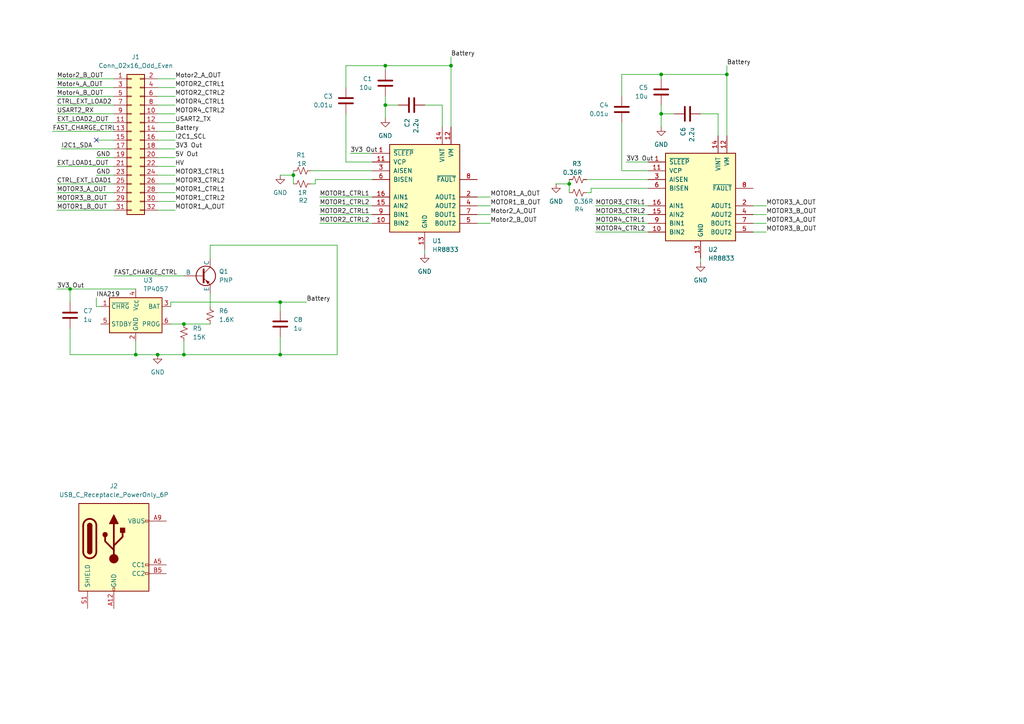
<source format=kicad_sch>
(kicad_sch (version 20231120) (generator "eeschema") (generator_version "8.0")
  (paper "A4")
  (lib_symbols
    (symbol "Battery_Management:TP4057"
      (property "Reference" "U" (at -6.35 6.604 0))
      (property "Value" "TP4057" (at 1.524 6.604 0))
      (symbol "TP4057_0_1"
        (rectangle (start -7.62 5.08) (end 7.62 -5.08) (stroke (width 0.254)) (fill (type background)))
      )
      (symbol "TP4057_1_1"
        (pin open_collector line (at -10.16 2.54 0) (length 2.54) (name "~{CHRG}") (number "1"))
        (pin power_in line (at 0 -7.62 90) (length 2.54) (name "GND") (number "2"))
        (pin power_out line (at 10.16 2.54 180) (length 2.54) (name "BAT") (number "3"))
        (pin power_in line (at 0 7.62 270) (length 2.54) (name "V_{CC}") (number "4"))
        (pin open_collector line (at -10.16 -2.54 0) (length 2.54) (name "STDBY") (number "5"))
        (pin passive line (at 10.16 -2.54 180) (length 2.54) (name "PROG") (number "6"))
      )
    )
    (symbol "Connector:USB_C_Receptacle_PowerOnly_6P" (pin_names (offset 1.016))
      (property "Reference" "J" (at 0 16.51 0))
      (property "Value" "USB_C_Receptacle_PowerOnly_6P" (at 0 13.97 0))
      (symbol "USB_C_Receptacle_PowerOnly_6P_0_0"
        (rectangle (start -0.254 -12.7) (end 0.254 -11.684))
        (rectangle (start 10.16 -7.366) (end 9.144 -7.874))
        (rectangle (start 10.16 -4.826) (end 9.144 -5.334))
        (rectangle (start 10.16 7.874) (end 9.144 7.366))
      )
      (symbol "USB_C_Receptacle_PowerOnly_6P_0_1"
        (rectangle (start -10.16 12.7) (end 10.16 -12.7) (stroke (width 0.254)) (fill (type background)))
        (arc (start -8.89 -1.27) (mid -6.985 -3.1667) (end -5.08 -1.27) (stroke (width 0.508)))
        (arc (start -7.62 -1.27) (mid -6.985 -1.9023) (end -6.35 -1.27) (stroke (width 0.254)))
        (arc (start -7.62 -1.27) (mid -6.985 -1.9023) (end -6.35 -1.27) (stroke (width 0.254)) (fill (type outline)))
        (rectangle (start -7.62 -1.27) (end -6.35 6.35) (stroke (width 0.254)) (fill (type outline)))
        (arc (start -6.35 6.35) (mid -6.985 6.9823) (end -7.62 6.35) (stroke (width 0.254)))
        (arc (start -6.35 6.35) (mid -6.985 6.9823) (end -7.62 6.35) (stroke (width 0.254)) (fill (type outline)))
        (arc (start -5.08 6.35) (mid -6.985 8.2467) (end -8.89 6.35) (stroke (width 0.508)))
        (circle (center -2.54 3.683) (radius 0.635) (stroke (width 0.254)) (fill (type outline)))
        (circle (center 0 -3.302) (radius 1.27) (fill (type outline)))
        (polyline (pts (xy -8.89 -1.27) (xy -8.89 6.35)) (stroke (width 0.508)))
        (polyline (pts (xy -5.08 6.35) (xy -5.08 -1.27)) (stroke (width 0.508)))
        (polyline (pts (xy 0 -3.302) (xy 0 6.858)) (stroke (width 0.508)))
        (polyline (pts (xy 0 -0.762) (xy -2.54 1.778) (xy -2.54 3.048)) (stroke (width 0.508)))
        (polyline (pts (xy 0 0.508) (xy 2.54 3.048) (xy 2.54 4.318)) (stroke (width 0.508)))
        (polyline (pts (xy -1.27 6.858) (xy 0 9.398) (xy 1.27 6.858) (xy -1.27 6.858)) (stroke (width 0.254)) (fill (type outline)))
        (rectangle (start 1.905 4.318) (end 3.175 5.588) (stroke (width 0.254)) (fill (type outline)))
      )
      (symbol "USB_C_Receptacle_PowerOnly_6P_1_1"
        (pin passive line (at 0 -17.78 90) (length 5.08) (name "GND") (number "A12"))
        (pin bidirectional line (at 15.24 -5.08 180) (length 5.08) (name "CC1") (number "A5"))
        (pin passive line (at 15.24 7.62 180) (length 5.08) (name "VBUS") (number "A9"))
        (pin passive line (at 0 -17.78 90) (length 5.08) hide (name "GND") (number "B12"))
        (pin bidirectional line (at 15.24 -7.62 180) (length 5.08) (name "CC2") (number "B5"))
        (pin passive line (at 15.24 7.62 180) (length 5.08) hide (name "VBUS") (number "B9"))
        (pin passive line (at -7.62 -17.78 90) (length 5.08) (name "SHIELD") (number "S1"))
      )
    )
    (symbol "Connector_Generic:Conn_02x16_Odd_Even" (pin_names (offset 1.016) hide)
      (property "Reference" "J" (at 1.27 20.32 0))
      (property "Value" "Conn_02x16_Odd_Even" (at 1.27 -22.86 0))
      (symbol "Conn_02x16_Odd_Even_1_1"
        (rectangle (start -1.27 -20.193) (end 0 -20.447) (stroke (width 0.1524)))
        (rectangle (start -1.27 -17.653) (end 0 -17.907) (stroke (width 0.1524)))
        (rectangle (start -1.27 -15.113) (end 0 -15.367) (stroke (width 0.1524)))
        (rectangle (start -1.27 -12.573) (end 0 -12.827) (stroke (width 0.1524)))
        (rectangle (start -1.27 -10.033) (end 0 -10.287) (stroke (width 0.1524)))
        (rectangle (start -1.27 -7.493) (end 0 -7.747) (stroke (width 0.1524)))
        (rectangle (start -1.27 -4.953) (end 0 -5.207) (stroke (width 0.1524)))
        (rectangle (start -1.27 -2.413) (end 0 -2.667) (stroke (width 0.1524)))
        (rectangle (start -1.27 0.127) (end 0 -0.127) (stroke (width 0.1524)))
        (rectangle (start -1.27 2.667) (end 0 2.413) (stroke (width 0.1524)))
        (rectangle (start -1.27 5.207) (end 0 4.953) (stroke (width 0.1524)))
        (rectangle (start -1.27 7.747) (end 0 7.493) (stroke (width 0.1524)))
        (rectangle (start -1.27 10.287) (end 0 10.033) (stroke (width 0.1524)))
        (rectangle (start -1.27 12.827) (end 0 12.573) (stroke (width 0.1524)))
        (rectangle (start -1.27 15.367) (end 0 15.113) (stroke (width 0.1524)))
        (rectangle (start -1.27 17.907) (end 0 17.653) (stroke (width 0.1524)))
        (rectangle (start -1.27 19.05) (end 3.81 -21.59) (stroke (width 0.254)) (fill (type background)))
        (rectangle (start 3.81 -20.193) (end 2.54 -20.447) (stroke (width 0.1524)))
        (rectangle (start 3.81 -17.653) (end 2.54 -17.907) (stroke (width 0.1524)))
        (rectangle (start 3.81 -15.113) (end 2.54 -15.367) (stroke (width 0.1524)))
        (rectangle (start 3.81 -12.573) (end 2.54 -12.827) (stroke (width 0.1524)))
        (rectangle (start 3.81 -10.033) (end 2.54 -10.287) (stroke (width 0.1524)))
        (rectangle (start 3.81 -7.493) (end 2.54 -7.747) (stroke (width 0.1524)))
        (rectangle (start 3.81 -4.953) (end 2.54 -5.207) (stroke (width 0.1524)))
        (rectangle (start 3.81 -2.413) (end 2.54 -2.667) (stroke (width 0.1524)))
        (rectangle (start 3.81 0.127) (end 2.54 -0.127) (stroke (width 0.1524)))
        (rectangle (start 3.81 2.667) (end 2.54 2.413) (stroke (width 0.1524)))
        (rectangle (start 3.81 5.207) (end 2.54 4.953) (stroke (width 0.1524)))
        (rectangle (start 3.81 7.747) (end 2.54 7.493) (stroke (width 0.1524)))
        (rectangle (start 3.81 10.287) (end 2.54 10.033) (stroke (width 0.1524)))
        (rectangle (start 3.81 12.827) (end 2.54 12.573) (stroke (width 0.1524)))
        (rectangle (start 3.81 15.367) (end 2.54 15.113) (stroke (width 0.1524)))
        (rectangle (start 3.81 17.907) (end 2.54 17.653) (stroke (width 0.1524)))
        (pin passive line (at -5.08 17.78 0) (length 3.81) (name "Pin_1") (number "1"))
        (pin passive line (at 7.62 7.62 180) (length 3.81) (name "Pin_10") (number "10"))
        (pin passive line (at -5.08 5.08 0) (length 3.81) (name "Pin_11") (number "11"))
        (pin passive line (at 7.62 5.08 180) (length 3.81) (name "Pin_12") (number "12"))
        (pin passive line (at -5.08 2.54 0) (length 3.81) (name "Pin_13") (number "13"))
        (pin passive line (at 7.62 2.54 180) (length 3.81) (name "Pin_14") (number "14"))
        (pin passive line (at -5.08 0 0) (length 3.81) (name "Pin_15") (number "15"))
        (pin passive line (at 7.62 0 180) (length 3.81) (name "Pin_16") (number "16"))
        (pin passive line (at -5.08 -2.54 0) (length 3.81) (name "Pin_17") (number "17"))
        (pin passive line (at 7.62 -2.54 180) (length 3.81) (name "Pin_18") (number "18"))
        (pin passive line (at -5.08 -5.08 0) (length 3.81) (name "Pin_19") (number "19"))
        (pin passive line (at 7.62 17.78 180) (length 3.81) (name "Pin_2") (number "2"))
        (pin passive line (at 7.62 -5.08 180) (length 3.81) (name "Pin_20") (number "20"))
        (pin passive line (at -5.08 -7.62 0) (length 3.81) (name "Pin_21") (number "21"))
        (pin passive line (at 7.62 -7.62 180) (length 3.81) (name "Pin_22") (number "22"))
        (pin passive line (at -5.08 -10.16 0) (length 3.81) (name "Pin_23") (number "23"))
        (pin passive line (at 7.62 -10.16 180) (length 3.81) (name "Pin_24") (number "24"))
        (pin passive line (at -5.08 -12.7 0) (length 3.81) (name "Pin_25") (number "25"))
        (pin passive line (at 7.62 -12.7 180) (length 3.81) (name "Pin_26") (number "26"))
        (pin passive line (at -5.08 -15.24 0) (length 3.81) (name "Pin_27") (number "27"))
        (pin passive line (at 7.62 -15.24 180) (length 3.81) (name "Pin_28") (number "28"))
        (pin passive line (at -5.08 -17.78 0) (length 3.81) (name "Pin_29") (number "29"))
        (pin passive line (at -5.08 15.24 0) (length 3.81) (name "Pin_3") (number "3"))
        (pin passive line (at 7.62 -17.78 180) (length 3.81) (name "Pin_30") (number "30"))
        (pin passive line (at -5.08 -20.32 0) (length 3.81) (name "Pin_31") (number "31"))
        (pin passive line (at 7.62 -20.32 180) (length 3.81) (name "Pin_32") (number "32"))
        (pin passive line (at 7.62 15.24 180) (length 3.81) (name "Pin_4") (number "4"))
        (pin passive line (at -5.08 12.7 0) (length 3.81) (name "Pin_5") (number "5"))
        (pin passive line (at 7.62 12.7 180) (length 3.81) (name "Pin_6") (number "6"))
        (pin passive line (at -5.08 10.16 0) (length 3.81) (name "Pin_7") (number "7"))
        (pin passive line (at 7.62 10.16 180) (length 3.81) (name "Pin_8") (number "8"))
        (pin passive line (at -5.08 7.62 0) (length 3.81) (name "Pin_9") (number "9"))
      )
    )
    (symbol "Device:C" (pin_numbers hide) (pin_names (offset 0.254))
      (property "Reference" "C" (at 0.635 2.54 0))
      (property "Value" "C" (at 0.635 -2.54 0))
      (symbol "C_0_1"
        (polyline (pts (xy -2.032 -0.762) (xy 2.032 -0.762)) (stroke (width 0.508)))
        (polyline (pts (xy -2.032 0.762) (xy 2.032 0.762)) (stroke (width 0.508)))
      )
      (symbol "C_1_1"
        (pin passive line (at 0 3.81 270) (length 2.794) (name "~") (number "1"))
        (pin passive line (at 0 -3.81 90) (length 2.794) (name "~") (number "2"))
      )
    )
    (symbol "Device:R_Small_US" (pin_numbers hide) (pin_names (offset 0.254) hide)
      (property "Reference" "R" (at 0.762 0.508 0))
      (property "Value" "R_Small_US" (at 0.762 -1.016 0))
      (symbol "R_Small_US_1_1"
        (polyline (pts (xy 0 0) (xy 1.016 -0.381) (xy 0 -0.762) (xy -1.016 -1.143) (xy 0 -1.524)))
        (polyline (pts (xy 0 1.524) (xy 1.016 1.143) (xy 0 0.762) (xy -1.016 0.381) (xy 0 0)))
        (pin passive line (at 0 2.54 270) (length 1.016) (name "~") (number "1"))
        (pin passive line (at 0 -2.54 90) (length 1.016) (name "~") (number "2"))
      )
    )
    (symbol "Driver_Motor:DRV8833PW" (pin_names (offset 1.016))
      (property "Reference" "U" (at -3.81 16.51 0))
      (property "Value" "DRV8833PW" (at -3.81 13.97 0))
      (symbol "DRV8833PW_0_1"
        (rectangle (start -10.16 12.7) (end 10.16 -12.7) (stroke (width 0.254)) (fill (type background)))
      )
      (symbol "DRV8833PW_1_1"
        (pin input line (at -15.24 10.16 0) (length 5.08) (name "~{SLEEP}") (number "1"))
        (pin input line (at -15.24 -10.16 0) (length 5.08) (name "BIN2") (number "10"))
        (pin bidirectional line (at -15.24 7.62 0) (length 5.08) (name "VCP") (number "11"))
        (pin power_in line (at 7.62 17.78 270) (length 5.08) (name "VM") (number "12"))
        (pin power_in line (at 0 -17.78 90) (length 5.08) (name "GND") (number "13"))
        (pin power_in line (at 5.08 17.78 270) (length 5.08) (name "VINT") (number "14"))
        (pin input line (at -15.24 -5.08 0) (length 5.08) (name "AIN2") (number "15"))
        (pin input line (at -15.24 -2.54 0) (length 5.08) (name "AIN1") (number "16"))
        (pin power_out line (at 15.24 -2.54 180) (length 5.08) (name "AOUT1") (number "2"))
        (pin bidirectional line (at -15.24 5.08 0) (length 5.08) (name "AISEN") (number "3"))
        (pin power_out line (at 15.24 -5.08 180) (length 5.08) (name "AOUT2") (number "4"))
        (pin power_out line (at 15.24 -10.16 180) (length 5.08) (name "BOUT2") (number "5"))
        (pin bidirectional line (at -15.24 2.54 0) (length 5.08) (name "BISEN") (number "6"))
        (pin power_out line (at 15.24 -7.62 180) (length 5.08) (name "BOUT1") (number "7"))
        (pin open_collector line (at 15.24 2.54 180) (length 5.08) (name "~{FAULT}") (number "8"))
        (pin input line (at -15.24 -7.62 0) (length 5.08) (name "BIN1") (number "9"))
      )
    )
    (symbol "Simulation_SPICE:PNP" (pin_numbers hide) (pin_names (offset 0))
      (property "Reference" "Q" (at -2.54 7.62 0))
      (property "Value" "PNP" (at -2.54 5.08 0))
      (symbol "PNP_0_1"
        (polyline (pts (xy -2.54 0) (xy 0.635 0)) (stroke (width 0.1524)))
        (polyline (pts (xy 0.635 0.635) (xy 2.54 2.54)))
        (polyline (pts (xy 0.635 -0.635) (xy 2.54 -2.54) (xy 2.54 -2.54)))
        (polyline (pts (xy 0.635 1.905) (xy 0.635 -1.905) (xy 0.635 -1.905)) (stroke (width 0.508)))
        (polyline (pts (xy 2.286 -1.778) (xy 1.778 -2.286) (xy 1.27 -1.27) (xy 2.286 -1.778) (xy 2.286 -1.778)) (fill (type outline)))
        (circle (center 1.27 0) (radius 2.8194) (stroke (width 0.254)))
      )
      (symbol "PNP_1_1"
        (pin open_collector line (at 2.54 5.08 270) (length 2.54) (name "C") (number "1"))
        (pin input line (at -5.08 0 0) (length 2.54) (name "B") (number "2"))
        (pin open_emitter line (at 2.54 -5.08 90) (length 2.54) (name "E") (number "3"))
      )
    )
    (symbol "power:GND" (power) (pin_numbers hide) (pin_names (offset 0) hide)
      (property "Value" "GND" (at 0 -3.81 0))
      (symbol "GND_0_1"
        (polyline (pts (xy 0 0) (xy 0 -1.27) (xy 1.27 -1.27) (xy 0 -2.54) (xy -1.27 -1.27) (xy 0 -1.27)))
      )
      (symbol "GND_1_1"
        (pin power_in line (at 0 0 270) (length 0) (name "~") (number "1"))
      )
    )
  )
  (junction (at 111.76 19.05))
  (junction (at 130.81 19.05))
  (junction (at 165.1 53.34))
  (junction (at 53.34 102.87))
  (junction (at 85.09 50.8))
  (junction (at 111.76 30.48))
  (junction (at 191.77 21.59))
  (junction (at 39.37 102.87))
  (junction (at 81.28 87.63))
  (junction (at 53.34 93.98))
  (junction (at 210.82 21.59))
  (junction (at 20.32 83.82))
  (junction (at 45.72 102.87))
  (junction (at 81.28 102.87))
  (junction (at 191.77 33.02))
  (no_connect (at 27.94 40.64))
  (wire (pts (xy 123.19 72.39) (xy 123.19 73.66)))
  (wire (pts (xy 97.79 102.87) (xy 81.28 102.87)))
  (wire (pts (xy 172.72 64.77) (xy 187.96 64.77)))
  (wire (pts (xy 16.51 27.94) (xy 33.02 27.94)))
  (wire (pts (xy 53.34 99.06) (xy 53.34 102.87)))
  (wire (pts (xy 16.51 53.34) (xy 33.02 53.34)))
  (wire (pts (xy 172.72 67.31) (xy 187.96 67.31)))
  (wire (pts (xy 92.71 59.69) (xy 107.95 59.69)))
  (wire (pts (xy 172.72 62.23) (xy 187.96 62.23)))
  (wire (pts (xy 16.51 55.88) (xy 33.02 55.88)))
  (wire (pts (xy 16.51 83.82) (xy 20.32 83.82)))
  (wire (pts (xy 92.71 64.77) (xy 107.95 64.77)))
  (wire (pts (xy 45.72 40.64) (xy 50.8 40.64)))
  (wire (pts (xy 15.24 38.1) (xy 33.02 38.1)))
  (wire (pts (xy 165.1 53.34) (xy 165.1 55.88)))
  (wire (pts (xy 20.32 83.82) (xy 20.32 87.63)))
  (wire (pts (xy 203.2 74.93) (xy 203.2 76.2)))
  (wire (pts (xy 128.27 30.48) (xy 128.27 36.83)))
  (wire (pts (xy 191.77 33.02) (xy 191.77 36.83)))
  (wire (pts (xy 85.09 49.53) (xy 85.09 50.8)))
  (wire (pts (xy 16.51 58.42) (xy 33.02 58.42)))
  (wire (pts (xy 97.79 71.12) (xy 97.79 102.87)))
  (wire (pts (xy 49.53 93.98) (xy 53.34 93.98)))
  (wire (pts (xy 27.94 45.72) (xy 33.02 45.72)))
  (wire (pts (xy 27.94 40.64) (xy 33.02 40.64)))
  (wire (pts (xy 39.37 102.87) (xy 45.72 102.87)))
  (wire (pts (xy 123.19 30.48) (xy 128.27 30.48)))
  (wire (pts (xy 60.96 85.09) (xy 60.96 88.9)))
  (wire (pts (xy 111.76 19.05) (xy 111.76 20.32)))
  (wire (pts (xy 100.33 46.99) (xy 100.33 33.02)))
  (wire (pts (xy 210.82 21.59) (xy 191.77 21.59)))
  (wire (pts (xy 53.34 102.87) (xy 81.28 102.87)))
  (wire (pts (xy 170.18 55.88) (xy 171.45 55.88)))
  (wire (pts (xy 111.76 27.94) (xy 111.76 30.48)))
  (wire (pts (xy 45.72 30.48) (xy 50.8 30.48)))
  (wire (pts (xy 130.81 19.05) (xy 130.81 36.83)))
  (wire (pts (xy 45.72 35.56) (xy 50.8 35.56)))
  (wire (pts (xy 218.44 62.23) (xy 222.25 62.23)))
  (wire (pts (xy 170.18 52.07) (xy 187.96 52.07)))
  (wire (pts (xy 171.45 54.61) (xy 171.45 55.88)))
  (wire (pts (xy 210.82 21.59) (xy 210.82 39.37)))
  (wire (pts (xy 165.1 52.07) (xy 165.1 53.34)))
  (wire (pts (xy 138.43 62.23) (xy 142.24 62.23)))
  (wire (pts (xy 16.51 35.56) (xy 33.02 35.56)))
  (wire (pts (xy 45.72 60.96) (xy 50.8 60.96)))
  (wire (pts (xy 111.76 30.48) (xy 111.76 34.29)))
  (wire (pts (xy 45.72 50.8) (xy 50.8 50.8)))
  (wire (pts (xy 29.21 88.9) (xy 27.94 88.9)))
  (wire (pts (xy 218.44 67.31) (xy 222.25 67.31)))
  (wire (pts (xy 85.09 50.8) (xy 81.28 50.8)))
  (wire (pts (xy 39.37 99.06) (xy 39.37 102.87)))
  (wire (pts (xy 191.77 21.59) (xy 191.77 22.86)))
  (wire (pts (xy 45.72 33.02) (xy 50.8 33.02)))
  (wire (pts (xy 20.32 102.87) (xy 39.37 102.87)))
  (wire (pts (xy 181.61 46.99) (xy 187.96 46.99)))
  (wire (pts (xy 101.6 44.45) (xy 107.95 44.45)))
  (wire (pts (xy 208.28 33.02) (xy 208.28 39.37)))
  (wire (pts (xy 100.33 46.99) (xy 107.95 46.99)))
  (wire (pts (xy 191.77 33.02) (xy 195.58 33.02)))
  (wire (pts (xy 60.96 71.12) (xy 97.79 71.12)))
  (wire (pts (xy 138.43 57.15) (xy 142.24 57.15)))
  (wire (pts (xy 17.78 43.18) (xy 33.02 43.18)))
  (wire (pts (xy 16.51 22.86) (xy 33.02 22.86)))
  (wire (pts (xy 27.94 50.8) (xy 33.02 50.8)))
  (wire (pts (xy 45.72 48.26) (xy 50.8 48.26)))
  (wire (pts (xy 49.53 87.63) (xy 49.53 88.9)))
  (wire (pts (xy 130.81 16.51) (xy 130.81 19.05)))
  (wire (pts (xy 16.51 25.4) (xy 33.02 25.4)))
  (wire (pts (xy 180.34 21.59) (xy 191.77 21.59)))
  (wire (pts (xy 91.44 52.07) (xy 91.44 53.34)))
  (wire (pts (xy 39.37 83.82) (xy 20.32 83.82)))
  (wire (pts (xy 45.72 27.94) (xy 50.8 27.94)))
  (wire (pts (xy 165.1 53.34) (xy 161.29 53.34)))
  (wire (pts (xy 45.72 38.1) (xy 50.8 38.1)))
  (wire (pts (xy 180.34 27.94) (xy 180.34 21.59)))
  (wire (pts (xy 90.17 49.53) (xy 107.95 49.53)))
  (wire (pts (xy 91.44 52.07) (xy 107.95 52.07)))
  (wire (pts (xy 27.94 86.36) (xy 27.94 88.9)))
  (wire (pts (xy 92.71 57.15) (xy 107.95 57.15)))
  (wire (pts (xy 45.72 45.72) (xy 50.8 45.72)))
  (wire (pts (xy 203.2 33.02) (xy 208.28 33.02)))
  (wire (pts (xy 45.72 53.34) (xy 50.8 53.34)))
  (wire (pts (xy 45.72 55.88) (xy 50.8 55.88)))
  (wire (pts (xy 20.32 95.25) (xy 20.32 102.87)))
  (wire (pts (xy 111.76 30.48) (xy 115.57 30.48)))
  (wire (pts (xy 138.43 64.77) (xy 142.24 64.77)))
  (wire (pts (xy 49.53 87.63) (xy 81.28 87.63)))
  (wire (pts (xy 100.33 25.4) (xy 100.33 19.05)))
  (wire (pts (xy 180.34 49.53) (xy 187.96 49.53)))
  (wire (pts (xy 81.28 90.17) (xy 81.28 87.63)))
  (wire (pts (xy 130.81 19.05) (xy 111.76 19.05)))
  (wire (pts (xy 172.72 59.69) (xy 187.96 59.69)))
  (wire (pts (xy 16.51 48.26) (xy 33.02 48.26)))
  (wire (pts (xy 85.09 50.8) (xy 85.09 53.34)))
  (wire (pts (xy 45.72 58.42) (xy 50.8 58.42)))
  (wire (pts (xy 45.72 22.86) (xy 50.8 22.86)))
  (wire (pts (xy 53.34 93.98) (xy 60.96 93.98)))
  (wire (pts (xy 16.51 33.02) (xy 33.02 33.02)))
  (wire (pts (xy 45.72 102.87) (xy 53.34 102.87)))
  (wire (pts (xy 45.72 25.4) (xy 50.8 25.4)))
  (wire (pts (xy 81.28 87.63) (xy 88.9 87.63)))
  (wire (pts (xy 218.44 59.69) (xy 222.25 59.69)))
  (wire (pts (xy 60.96 71.12) (xy 60.96 74.93)))
  (wire (pts (xy 45.72 43.18) (xy 50.8 43.18)))
  (wire (pts (xy 138.43 59.69) (xy 142.24 59.69)))
  (wire (pts (xy 16.51 60.96) (xy 33.02 60.96)))
  (wire (pts (xy 210.82 19.05) (xy 210.82 21.59)))
  (wire (pts (xy 81.28 97.79) (xy 81.28 102.87)))
  (wire (pts (xy 33.02 80.01) (xy 53.34 80.01)))
  (wire (pts (xy 171.45 54.61) (xy 187.96 54.61)))
  (wire (pts (xy 16.51 30.48) (xy 33.02 30.48)))
  (wire (pts (xy 218.44 64.77) (xy 222.25 64.77)))
  (wire (pts (xy 100.33 19.05) (xy 111.76 19.05)))
  (wire (pts (xy 180.34 49.53) (xy 180.34 35.56)))
  (wire (pts (xy 191.77 30.48) (xy 191.77 33.02)))
  (wire (pts (xy 90.17 53.34) (xy 91.44 53.34)))
  (wire (pts (xy 92.71 62.23) (xy 107.95 62.23)))
  (label "MOTOR1_B_OUT" (at 142.24 59.69 0))
  (label "Battery" (at 130.81 16.51 0))
  (label "MOTOR3_B_OUT" (at 222.25 62.23 0))
  (label "MOTOR1_A_OUT" (at 50.8 60.96 0))
  (label "INA219" (at 27.94 86.36 0))
  (label "Motor2_B_OUT" (at 142.24 64.77 0))
  (label "MOTOR2_CTRL1" (at 50.8 25.4 0))
  (label "EXT_LOAD1_OUT" (at 16.51 48.26 0))
  (label "FAST_CHARGE_CTRL" (at 15.24 38.1 0))
  (label "MOTOR1_A_OUT" (at 142.24 57.15 0))
  (label "MOTOR1_CTRL1" (at 50.8 55.88 0))
  (label "USART2_TX" (at 50.8 35.56 0))
  (label "Motor4_A_OUT" (at 16.51 25.4 0))
  (label "MOTOR4_CTRL2" (at 50.8 33.02 0))
  (label "3V3 Out" (at 50.8 43.18 0))
  (label "MOTOR4_CTRL2" (at 172.72 67.31 0))
  (label "MOTOR2_CTRL2" (at 92.71 64.77 0))
  (label "3V3 Out" (at 101.6 44.45 0))
  (label "MOTOR2_CTRL2" (at 50.8 27.94 0))
  (label "Motor4_B_OUT" (at 16.51 27.94 0))
  (label "MOTOR1_CTRL2" (at 92.71 59.69 0))
  (label "MOTOR3_CTRL2" (at 172.72 62.23 0))
  (label "MOTOR1_CTRL1" (at 92.71 57.15 0))
  (label "MOTOR3_A_OUT" (at 222.25 59.69 0))
  (label "5V Out" (at 50.8 45.72 0))
  (label "Motor2_A_OUT" (at 50.8 22.86 0))
  (label "MOTOR3_B_OUT" (at 222.25 67.31 0))
  (label "USART2_RX" (at 16.51 33.02 0))
  (label "MOTOR3_CTRL2" (at 50.8 53.34 0))
  (label "Motor2_B_OUT" (at 16.51 22.86 0))
  (label "Motor2_A_OUT" (at 142.24 62.23 0))
  (label "MOTOR2_CTRL1" (at 92.71 62.23 0))
  (label "GND" (at 27.94 45.72 0))
  (label "MOTOR3_CTRL1" (at 50.8 50.8 0))
  (label "FAST_CHARGE_CTRL" (at 33.02 80.01 0))
  (label "3V3 Out" (at 181.61 46.99 0))
  (label "MOTOR4_CTRL1" (at 50.8 30.48 0))
  (label "3V3 Out" (at 16.51 83.82 0))
  (label "Battery" (at 88.9 87.63 0))
  (label "MOTOR3_A_OUT" (at 16.51 55.88 0))
  (label "MOTOR4_CTRL1" (at 172.72 64.77 0))
  (label "HV" (at 50.8 48.26 0))
  (label "EXT_LOAD2_OUT" (at 16.51 35.56 0))
  (label "MOTOR1_B_OUT" (at 16.51 60.96 0))
  (label "Battery" (at 210.82 19.05 0))
  (label "MOTOR3_A_OUT" (at 222.25 64.77 0))
  (label "Battery" (at 50.8 38.1 0))
  (label "I2C1_SDA" (at 17.78 43.18 0))
  (label "MOTOR3_B_OUT" (at 16.51 58.42 0))
  (label "MOTOR3_CTRL1" (at 172.72 59.69 0))
  (label "MOTOR1_CTRL2" (at 50.8 58.42 0))
  (label "I2C1_SCL" (at 50.8 40.64 0))
  (label "CTRL_EXT_LOAD2" (at 16.51 30.48 0))
  (label "GND" (at 27.94 50.8 0))
  (label "CTRL_EXT_LOAD1" (at 16.51 53.34 0))
  (symbol (lib_id "power:GND") (at 45.72 102.87 0) (unit 1)
    (property "Reference" "#PWR07" (effects (hide yes)))
    (property "Value" "GND" (at 45.72 107.95 0))
    (property "Description" "Power symbol creates a global label with name \"GND\" , ground" (effects (hide yes)))
  )
  (symbol (lib_id "Device:R_Small_US") (at 87.63 53.34 90) (unit 1)
    (property "Reference" "R2" (at 86.614 58.166 90) (effects (justify right)))
    (property "Value" "1R" (at 86.3601 55.88 90) (effects (justify right)))
    (property "Description" "Resistor, small US symbol" (effects (hide yes)))
  )
  (symbol (lib_id "Device:C") (at 199.39 33.02 90) (mirror x) (unit 1)
    (property "Reference" "C6" (at 198.1199 36.83 0) (effects (justify left)))
    (property "Value" "2.2u" (at 200.6599 36.83 0) (effects (justify left)))
    (property "Description" "Unpolarized capacitor" (effects (hide yes)))
  )
  (symbol (lib_id "Connector:USB_C_Receptacle_PowerOnly_6P") (at 33.02 158.75 0) (unit 1)
    (property "Reference" "J2" (at 33.02 140.97 0))
    (property "Value" "USB_C_Receptacle_PowerOnly_6P" (at 33.02 143.51 0))
    (property "Datasheet" "https://www.usb.org/sites/default/files/documents/usb_type-c.zip" (effects (hide yes)))
    (property "Description" "USB Power-Only 6P Type-C Receptacle connector" (effects (hide yes)))
  )
  (symbol (lib_id "Driver_Motor:DRV8833PW") (at 123.19 54.61 0) (unit 1)
    (property "Reference" "U1" (at 125.3841 69.85 0) (effects (justify left)))
    (property "Value" "HR8833" (at 125.3841 72.39 0) (effects (justify left)))
    (property "Footprint" "Package_SO:TSSOP-16-1EP_4.4x5mm_P0.65mm_EP3x3mm" (effects (hide yes)))
    (property "Datasheet" "https://www.digikey.ch/htmldatasheets/production/2071187/0/0/1/hr8833.html?srsltid=AfmBOopPpJgNCjYcGckVdxWhGVVfC8poV46BTxBKCGAnBCq6rMtVKQE0" (effects (hide yes)))
    (property "Description" "Dual H-Bridge Motor Driver, TSSOP-16" (effects (hide yes)))
    (property "LCSC" "C128666" (effects (hide yes)))
  )
  (symbol (lib_id "power:GND") (at 111.76 34.29 0) (unit 1)
    (property "Reference" "#PWR01" (effects (hide yes)))
    (property "Value" "GND" (at 111.76 39.37 0))
    (property "Description" "Power symbol creates a global label with name \"GND\" , ground" (effects (hide yes)))
  )
  (symbol (lib_id "Device:C") (at 180.34 31.75 0) (mirror y) (unit 1)
    (property "Reference" "C4" (at 176.53 30.4799 0) (effects (justify left)))
    (property "Value" "0.01u" (at 176.53 33.0199 0) (effects (justify left)))
    (property "Description" "Unpolarized capacitor" (effects (hide yes)))
  )
  (symbol (lib_id "power:GND") (at 191.77 36.83 0) (unit 1)
    (property "Reference" "#PWR05" (effects (hide yes)))
    (property "Value" "GND" (at 191.77 41.91 0))
    (property "Description" "Power symbol creates a global label with name \"GND\" , ground" (effects (hide yes)))
  )
  (symbol (lib_id "Simulation_SPICE:PNP") (at 58.42 80.01 0) (unit 1)
    (property "Reference" "Q1" (at 63.5 78.7399 0) (effects (justify left)))
    (property "Value" "PNP" (at 63.5 81.2799 0) (effects (justify left)))
    (property "Datasheet" "https://ngspice.sourceforge.io/docs/ngspice-html-manual/manual.xhtml#cha_BJTs" (effects (hide yes)))
    (property "Description" "Bipolar transistor symbol for simulation only, substrate tied to the emitter" (effects (hide yes)))
    (property "Sim.Device" "PNP" (effects (hide yes)))
    (property "Sim.Type" "GUMMELPOON" (effects (hide yes)))
    (property "Sim.Pins" "1=C 2=B 3=E" (effects (hide yes)))
  )
  (symbol (lib_id "power:GND") (at 81.28 50.8 0) (unit 1)
    (property "Reference" "#PWR03" (effects (hide yes)))
    (property "Value" "GND" (at 81.28 55.88 0))
    (property "Description" "Power symbol creates a global label with name \"GND\" , ground" (effects (hide yes)))
  )
  (symbol (lib_id "Device:C") (at 119.38 30.48 90) (mirror x) (unit 1)
    (property "Reference" "C2" (at 118.1099 34.29 0) (effects (justify left)))
    (property "Value" "2.2u" (at 120.6499 34.29 0) (effects (justify left)))
    (property "Description" "Unpolarized capacitor" (effects (hide yes)))
  )
  (symbol (lib_id "Device:R_Small_US") (at 60.96 91.44 0) (unit 1)
    (property "Reference" "R6" (at 63.5 90.1699 0) (effects (justify left)))
    (property "Value" "1.6K" (at 63.5 92.7099 0) (effects (justify left)))
    (property "Description" "Resistor, small US symbol" (effects (hide yes)))
  )
  (symbol (lib_id "Device:R_Small_US") (at 53.34 96.52 0) (unit 1)
    (property "Reference" "R5" (at 55.88 95.2499 0) (effects (justify left)))
    (property "Value" "15K" (at 55.88 97.7899 0) (effects (justify left)))
    (property "Description" "Resistor, small US symbol" (effects (hide yes)))
  )
  (symbol (lib_id "Device:C") (at 20.32 91.44 0) (unit 1)
    (property "Reference" "C7" (at 24.13 90.1699 0) (effects (justify left)))
    (property "Value" "1u" (at 24.13 92.7099 0) (effects (justify left)))
    (property "Description" "Unpolarized capacitor" (effects (hide yes)))
  )
  (symbol (lib_id "Device:C") (at 81.28 93.98 0) (unit 1)
    (property "Reference" "C8" (at 85.09 92.7099 0) (effects (justify left)))
    (property "Value" "1u" (at 85.09 95.2499 0) (effects (justify left)))
    (property "Description" "Unpolarized capacitor" (effects (hide yes)))
  )
  (symbol (lib_id "Driver_Motor:DRV8833PW") (at 203.2 57.15 0) (unit 1)
    (property "Reference" "U2" (at 205.3941 72.39 0) (effects (justify left)))
    (property "Value" "HR8833" (at 205.3941 74.93 0) (effects (justify left)))
    (property "Footprint" "Package_SO:TSSOP-16-1EP_4.4x5mm_P0.65mm_EP3x3mm" (effects (hide yes)))
    (property "Datasheet" "https://www.digikey.ch/htmldatasheets/production/2071187/0/0/1/hr8833.html?srsltid=AfmBOopPpJgNCjYcGckVdxWhGVVfC8poV46BTxBKCGAnBCq6rMtVKQE0" (effects (hide yes)))
    (property "Description" "Dual H-Bridge Motor Driver, TSSOP-16" (effects (hide yes)))
    (property "LCSC" "C128666" (effects (hide yes)))
  )
  (symbol (lib_id "Battery_Management:TP4057") (at 39.37 91.44 0) (unit 1)
    (property "Reference" "U3" (at 41.5641 81.28 0) (effects (justify left)))
    (property "Value" "TP4057" (at 41.5641 83.82 0) (effects (justify left)))
    (property "Footprint" "Package_TO_SOT_SMD:TSOT-23-6" (effects (hide yes)))
    (property "Datasheet" "http://toppwr.com/uploadfile/file/20230304/640302a47b738.pdf" (effects (hide yes)))
    (property "Description" "Constant-current/constant-voltage linear charger for single cell lithium-ion batteries with 2.9V Trickle Charge, 4.5V to 6.5V VDD, -40 to +85 degree Celsius, TSOT-23-6" (effects (hide yes)))
  )
  (symbol (lib_id "Device:C") (at 111.76 24.13 0) (mirror y) (unit 1)
    (property "Reference" "C1" (at 107.95 22.8599 0) (effects (justify left)))
    (property "Value" "10u" (at 107.95 25.3999 0) (effects (justify left)))
    (property "Description" "Unpolarized capacitor" (effects (hide yes)))
  )
  (symbol (lib_id "Device:C") (at 191.77 26.67 0) (mirror y) (unit 1)
    (property "Reference" "C5" (at 187.96 25.3999 0) (effects (justify left)))
    (property "Value" "10u" (at 187.96 27.9399 0) (effects (justify left)))
    (property "Description" "Unpolarized capacitor" (effects (hide yes)))
  )
  (symbol (lib_id "power:GND") (at 123.19 73.66 0) (unit 1)
    (property "Reference" "#PWR02" (effects (hide yes)))
    (property "Value" "GND" (at 123.19 78.74 0))
    (property "Description" "Power symbol creates a global label with name \"GND\" , ground" (effects (hide yes)))
  )
  (symbol (lib_id "Device:R_Small_US") (at 167.64 55.88 90) (unit 1)
    (property "Reference" "R4" (at 166.624 60.706 90) (effects (justify right)))
    (property "Value" "0.36R" (at 166.3701 58.42 90) (effects (justify right)))
    (property "Description" "Resistor, small US symbol" (effects (hide yes)))
  )
  (symbol (lib_id "Device:R_Small_US") (at 167.64 52.07 90) (unit 1)
    (property "Reference" "R3" (at 168.656 47.498 90) (effects (justify left)))
    (property "Value" "0.36R" (at 168.91 50.038 90) (effects (justify left)))
    (property "Description" "Resistor, small US symbol" (effects (hide yes)))
  )
  (symbol (lib_id "Device:R_Small_US") (at 87.63 49.53 90) (unit 1)
    (property "Reference" "R1" (at 88.646 44.958 90) (effects (justify left)))
    (property "Value" "1R" (at 88.9 47.498 90) (effects (justify left)))
    (property "Description" "Resistor, small US symbol" (effects (hide yes)))
  )
  (symbol (lib_id "Connector_Generic:Conn_02x16_Odd_Even") (at 38.1 40.64 0) (unit 1)
    (property "Reference" "J1" (at 39.37 16.51 0))
    (property "Value" "Conn_02x16_Odd_Even" (at 39.37 19.05 0))
    (property "Description" "Generic connector, double row, 02x16, odd/even pin numbering scheme (row 1 odd numbers, row 2 even numbers), script generated (kicad-library-utils/schlib/autogen/connector/)" (effects (hide yes)))
  )
  (symbol (lib_id "Device:C") (at 100.33 29.21 0) (mirror y) (unit 1)
    (property "Reference" "C3" (at 96.52 27.9399 0) (effects (justify left)))
    (property "Value" "0.01u" (at 96.52 30.4799 0) (effects (justify left)))
    (property "Description" "Unpolarized capacitor" (effects (hide yes)))
  )
  (symbol (lib_id "power:GND") (at 203.2 76.2 0) (unit 1)
    (property "Reference" "#PWR06" (effects (hide yes)))
    (property "Value" "GND" (at 203.2 81.28 0))
    (property "Description" "Power symbol creates a global label with name \"GND\" , ground" (effects (hide yes)))
  )
  (symbol (lib_id "power:GND") (at 161.29 53.34 0) (unit 1)
    (property "Reference" "#PWR04" (effects (hide yes)))
    (property "Value" "GND" (at 161.29 58.42 0))
    (property "Description" "Power symbol creates a global label with name \"GND\" , ground" (effects (hide yes)))
  )
)
</source>
